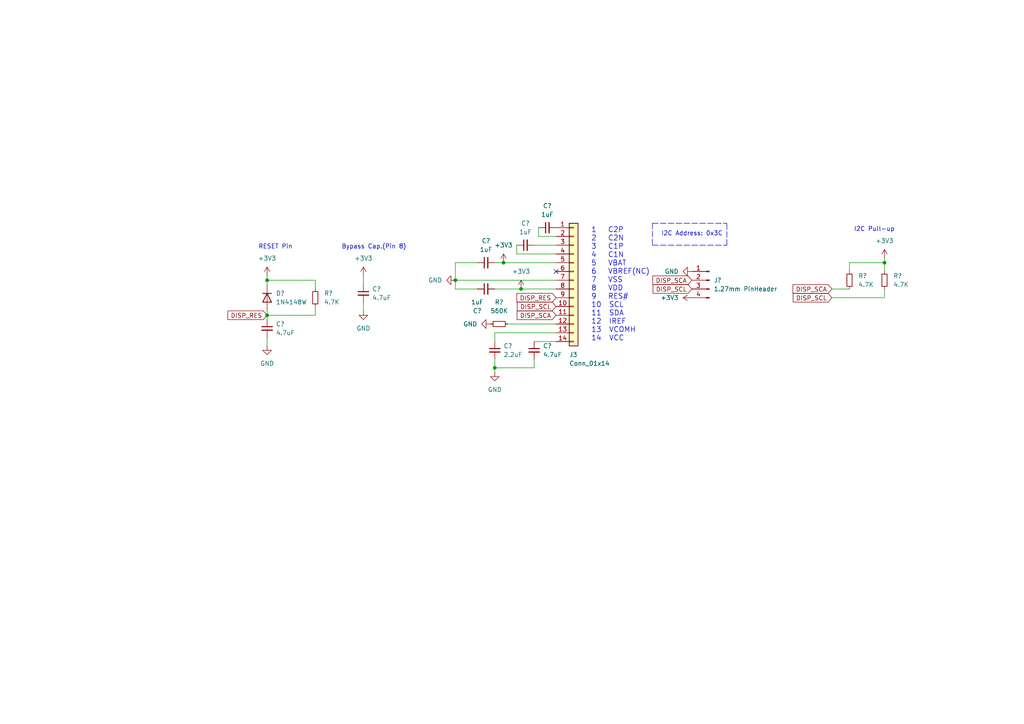
<source format=kicad_sch>
(kicad_sch (version 20211123) (generator eeschema)
  (paper "A4")
  (lib_symbols
    (symbol "Connector:Conn_01x04_Male" (pin_names (offset 1.016) hide)
      (property "Reference" "J" (at 0 5.08 0))
      (property "Value" "Conn_01x04_Male" (at 0 -7.62 0))
      (symbol "Conn_01x04_Male_1_1"
        (polyline (pts (xy 1.27 -5.08) (xy 0.8636 -5.08)) (stroke (width 0.1524)))
        (polyline (pts (xy 1.27 -2.54) (xy 0.8636 -2.54)) (stroke (width 0.1524)))
        (polyline (pts (xy 1.27 0) (xy 0.8636 0)) (stroke (width 0.1524)))
        (polyline (pts (xy 1.27 2.54) (xy 0.8636 2.54)) (stroke (width 0.1524)))
        (rectangle (start 0.8636 -4.953) (end 0 -5.207) (stroke (width 0.1524)) (fill (type outline)))
        (rectangle (start 0.8636 -2.413) (end 0 -2.667) (stroke (width 0.1524)) (fill (type outline)))
        (rectangle (start 0.8636 0.127) (end 0 -0.127) (stroke (width 0.1524)) (fill (type outline)))
        (rectangle (start 0.8636 2.667) (end 0 2.413) (stroke (width 0.1524)) (fill (type outline)))
        (pin passive line (at 5.08 2.54 180) (length 3.81) (name "Pin_1") (number "1"))
        (pin passive line (at 5.08 0 180) (length 3.81) (name "Pin_2") (number "2"))
        (pin passive line (at 5.08 -2.54 180) (length 3.81) (name "Pin_3") (number "3"))
        (pin passive line (at 5.08 -5.08 180) (length 3.81) (name "Pin_4") (number "4"))
      )
    )
    (symbol "Connector_Generic:Conn_01x14" (pin_names (offset 1.016) hide)
      (property "Reference" "J" (at 0 17.78 0))
      (property "Value" "Conn_01x14" (at 0 -20.32 0))
      (symbol "Conn_01x14_1_1"
        (rectangle (start -1.27 -17.653) (end 0 -17.907) (stroke (width 0.1524)))
        (rectangle (start -1.27 -15.113) (end 0 -15.367) (stroke (width 0.1524)))
        (rectangle (start -1.27 -12.573) (end 0 -12.827) (stroke (width 0.1524)))
        (rectangle (start -1.27 -10.033) (end 0 -10.287) (stroke (width 0.1524)))
        (rectangle (start -1.27 -7.493) (end 0 -7.747) (stroke (width 0.1524)))
        (rectangle (start -1.27 -4.953) (end 0 -5.207) (stroke (width 0.1524)))
        (rectangle (start -1.27 -2.413) (end 0 -2.667) (stroke (width 0.1524)))
        (rectangle (start -1.27 0.127) (end 0 -0.127) (stroke (width 0.1524)))
        (rectangle (start -1.27 2.667) (end 0 2.413) (stroke (width 0.1524)))
        (rectangle (start -1.27 5.207) (end 0 4.953) (stroke (width 0.1524)))
        (rectangle (start -1.27 7.747) (end 0 7.493) (stroke (width 0.1524)))
        (rectangle (start -1.27 10.287) (end 0 10.033) (stroke (width 0.1524)))
        (rectangle (start -1.27 12.827) (end 0 12.573) (stroke (width 0.1524)))
        (rectangle (start -1.27 15.367) (end 0 15.113) (stroke (width 0.1524)))
        (rectangle (start -1.27 16.51) (end 1.27 -19.05) (stroke (width 0.254)) (fill (type background)))
        (pin passive line (at -5.08 15.24 0) (length 3.81) (name "Pin_1") (number "1"))
        (pin passive line (at -5.08 -7.62 0) (length 3.81) (name "Pin_10") (number "10"))
        (pin passive line (at -5.08 -10.16 0) (length 3.81) (name "Pin_11") (number "11"))
        (pin passive line (at -5.08 -12.7 0) (length 3.81) (name "Pin_12") (number "12"))
        (pin passive line (at -5.08 -15.24 0) (length 3.81) (name "Pin_13") (number "13"))
        (pin passive line (at -5.08 -17.78 0) (length 3.81) (name "Pin_14") (number "14"))
        (pin passive line (at -5.08 12.7 0) (length 3.81) (name "Pin_2") (number "2"))
        (pin passive line (at -5.08 10.16 0) (length 3.81) (name "Pin_3") (number "3"))
        (pin passive line (at -5.08 7.62 0) (length 3.81) (name "Pin_4") (number "4"))
        (pin passive line (at -5.08 5.08 0) (length 3.81) (name "Pin_5") (number "5"))
        (pin passive line (at -5.08 2.54 0) (length 3.81) (name "Pin_6") (number "6"))
        (pin passive line (at -5.08 0 0) (length 3.81) (name "Pin_7") (number "7"))
        (pin passive line (at -5.08 -2.54 0) (length 3.81) (name "Pin_8") (number "8"))
        (pin passive line (at -5.08 -5.08 0) (length 3.81) (name "Pin_9") (number "9"))
      )
    )
    (symbol "Device:C_Small" (pin_numbers hide) (pin_names (offset 0.254) hide)
      (property "Reference" "C" (at 0.254 1.778 0))
      (property "Value" "C_Small" (at 0.254 -2.032 0))
      (symbol "C_Small_0_1"
        (polyline (pts (xy -1.524 -0.508) (xy 1.524 -0.508)) (stroke (width 0.3302)))
        (polyline (pts (xy -1.524 0.508) (xy 1.524 0.508)) (stroke (width 0.3048)))
      )
      (symbol "C_Small_1_1"
        (pin passive line (at 0 2.54 270) (length 2.032) (name "~") (number "1"))
        (pin passive line (at 0 -2.54 90) (length 2.032) (name "~") (number "2"))
      )
    )
    (symbol "Device:R_Small" (pin_numbers hide) (pin_names (offset 0.254) hide)
      (property "Reference" "R" (at 0.762 0.508 0))
      (property "Value" "R_Small" (at 0.762 -1.016 0))
      (symbol "R_Small_0_1"
        (rectangle (start -0.762 1.778) (end 0.762 -1.778) (stroke (width 0.2032)))
      )
      (symbol "R_Small_1_1"
        (pin passive line (at 0 2.54 270) (length 0.762) (name "~") (number "1"))
        (pin passive line (at 0 -2.54 90) (length 0.762) (name "~") (number "2"))
      )
    )
    (symbol "Diode:1N4148W" (pin_numbers hide) (pin_names hide)
      (property "Reference" "D" (at 0 2.54 0))
      (property "Value" "1N4148W" (at 0 -2.54 0))
      (symbol "1N4148W_0_1"
        (polyline (pts (xy -1.27 1.27) (xy -1.27 -1.27)) (stroke (width 0.254)))
        (polyline (pts (xy 1.27 0) (xy -1.27 0)))
        (polyline (pts (xy 1.27 1.27) (xy 1.27 -1.27) (xy -1.27 0) (xy 1.27 1.27)) (stroke (width 0.254)))
      )
      (symbol "1N4148W_1_1"
        (pin passive line (at -3.81 0 0) (length 2.54) (name "K") (number "1"))
        (pin passive line (at 3.81 0 180) (length 2.54) (name "A") (number "2"))
      )
    )
    (symbol "power:+3V3" (power) (pin_names (offset 0))
      (property "Value" "+3V3" (at 0 3.556 0))
      (symbol "+3V3_0_1"
        (polyline (pts (xy -0.762 1.27) (xy 0 2.54)))
        (polyline (pts (xy 0 0) (xy 0 2.54)))
        (polyline (pts (xy 0 2.54) (xy 0.762 1.27)))
      )
      (symbol "+3V3_1_1"
        (pin power_in line (at 0 0 90) (length 0) hide (name "+3V3") (number "1"))
      )
    )
    (symbol "power:GND" (power) (pin_names (offset 0))
      (property "Value" "GND" (at 0 -3.81 0))
      (symbol "GND_0_1"
        (polyline (pts (xy 0 0) (xy 0 -1.27) (xy 1.27 -1.27) (xy 0 -2.54) (xy -1.27 -1.27) (xy 0 -1.27)))
      )
      (symbol "GND_1_1"
        (pin power_in line (at 0 0 270) (length 0) hide (name "GND") (number "1"))
      )
    )
  )
  (junction (at 151.13 83.82))
  (junction (at 77.47 91.44))
  (junction (at 256.54 76.2))
  (junction (at 146.05 76.2))
  (junction (at 132.08 81.28))
  (junction (at 143.51 106.68))
  (junction (at 77.47 81.28))
  (no_connect (at 161.29 78.74))
  (wire (pts (xy 256.54 74.93) (xy 256.54 76.2)))
  (wire (pts (xy 241.3 83.82) (xy 246.38 83.82)))
  (wire (pts (xy 143.51 83.82) (xy 151.13 83.82)))
  (wire (pts (xy 91.44 91.44) (xy 91.44 88.9)))
  (wire (pts (xy 143.51 106.68) (xy 154.94 106.68)))
  (wire (pts (xy 151.13 83.82) (xy 161.29 83.82)))
  (wire (pts (xy 146.05 76.2) (xy 161.29 76.2)))
  (wire (pts (xy 156.21 66.04) (xy 156.21 68.58)))
  (wire (pts (xy 143.51 76.2) (xy 146.05 76.2)))
  (wire (pts (xy 132.08 76.2) (xy 138.43 76.2)))
  (wire (pts (xy 241.3 86.36) (xy 256.54 86.36)))
  (wire (pts (xy 149.86 71.12) (xy 149.86 73.66)))
  (wire (pts (xy 161.29 96.52) (xy 143.51 96.52)))
  (wire (pts (xy 105.41 87.63) (xy 105.41 90.17)))
  (wire (pts (xy 77.47 81.28) (xy 91.44 81.28)))
  (polyline (pts (xy 189.23 64.77) (xy 189.23 71.12)))
  (wire (pts (xy 143.51 104.14) (xy 143.51 106.68)))
  (wire (pts (xy 77.47 80.01) (xy 77.47 81.28)))
  (wire (pts (xy 154.94 104.14) (xy 154.94 106.68)))
  (wire (pts (xy 105.41 80.01) (xy 105.41 82.55)))
  (wire (pts (xy 138.43 83.82) (xy 132.08 83.82)))
  (wire (pts (xy 77.47 90.17) (xy 77.47 91.44)))
  (wire (pts (xy 154.94 99.06) (xy 161.29 99.06)))
  (wire (pts (xy 132.08 81.28) (xy 161.29 81.28)))
  (wire (pts (xy 143.51 106.68) (xy 143.51 107.95)))
  (wire (pts (xy 143.51 96.52) (xy 143.51 99.06)))
  (polyline (pts (xy 189.23 71.12) (xy 210.82 71.12)))
  (wire (pts (xy 256.54 76.2) (xy 256.54 78.74)))
  (wire (pts (xy 77.47 97.79) (xy 77.47 100.33)))
  (wire (pts (xy 154.94 71.12) (xy 161.29 71.12)))
  (wire (pts (xy 77.47 91.44) (xy 91.44 91.44)))
  (wire (pts (xy 256.54 86.36) (xy 256.54 83.82)))
  (wire (pts (xy 147.32 93.98) (xy 161.29 93.98)))
  (wire (pts (xy 246.38 78.74) (xy 246.38 76.2)))
  (wire (pts (xy 132.08 76.2) (xy 132.08 81.28)))
  (wire (pts (xy 156.21 68.58) (xy 161.29 68.58)))
  (wire (pts (xy 91.44 81.28) (xy 91.44 83.82)))
  (polyline (pts (xy 210.82 71.12) (xy 210.82 64.77)))
  (wire (pts (xy 149.86 73.66) (xy 161.29 73.66)))
  (wire (pts (xy 77.47 91.44) (xy 77.47 92.71)))
  (polyline (pts (xy 189.23 64.77) (xy 210.82 64.77)))
  (wire (pts (xy 246.38 76.2) (xy 256.54 76.2)))
  (wire (pts (xy 132.08 83.82) (xy 132.08 81.28)))
  (wire (pts (xy 77.47 81.28) (xy 77.47 82.55)))
  (text "1   C2P\n2   C2N\n3   C1P\n4   C1N\n5   VBAT\n6   VBREF(NC)\n7   VSS\n8   VDD\n9   RES#\n10  SCL\n11  SDA\n12  IREF\n13  VCOMH\n14  VCC" (at 171.45 99.06 0) (effects (font (size 1.5 1.5)) (justify left bottom)))
  (text "I2C Pull-up" (at 247.65 67.31 0) (effects (font (size 1.27 1.27)) (justify left bottom)))
  (text "I2C Address: 0x3C" (at 191.77 68.58 0) (effects (font (size 1.27 1.27)) (justify left bottom)))
  (text "RESET Pin" (at 74.93 72.39 0) (effects (font (size 1.27 1.27)) (justify left bottom)))
  (text "Bypass Cap.(Pin 8)" (at 99.06 72.39 0) (effects (font (size 1.27 1.27)) (justify left bottom)))
  (global_label "DISP_SCL" (shape input) (at 161.29 88.9 180) (property "Intersheet References" "${INTERSHEET_REFS}" (effects hide)))
  (global_label "DISP_SCL" (shape input) (at 200.66 83.82 180) (property "Intersheet References" "${INTERSHEET_REFS}" (effects hide)))
  (global_label "DISP_RES" (shape input) (at 77.47 91.44 180) (property "Intersheet References" "${INTERSHEET_REFS}" (effects hide)))
  (global_label "DISP_SCA" (shape input) (at 161.29 91.44 180) (property "Intersheet References" "${INTERSHEET_REFS}" (effects hide)))
  (global_label "DISP_SCA" (shape input) (at 241.3 83.82 180) (property "Intersheet References" "${INTERSHEET_REFS}" (effects hide)))
  (global_label "DISP_SCL" (shape input) (at 241.3 86.36 180) (property "Intersheet References" "${INTERSHEET_REFS}" (effects hide)))
  (global_label "DISP_RES" (shape input) (at 161.29 86.36 180) (property "Intersheet References" "${INTERSHEET_REFS}" (effects hide)))
  (global_label "DISP_SCA" (shape input) (at 200.66 81.28 180) (property "Intersheet References" "${INTERSHEET_REFS}" (effects hide)))
  (symbol (lib_id "Device:C_Small") (at 140.97 76.2 90) (unit 1)
    (property "Reference" "C?" (at 140.9763 69.85 90))
    (property "Value" "1uF" (at 140.9763 72.39 90))
  )
  (symbol (lib_id "power:GND") (at 142.24 93.98 270) (unit 1)
    (property "Reference" "#PWR?" (effects hide))
    (property "Value" "GND" (at 138.43 93.9799 90) (effects (justify right)))
  )
  (symbol (lib_id "power:+3V3") (at 151.13 83.82 0) (unit 1)
    (property "Reference" "#PWR?" (effects hide))
    (property "Value" "+3V3" (at 151.13 78.74 0))
  )
  (symbol (lib_id "power:GND") (at 200.66 78.74 270) (unit 1)
    (property "Reference" "#PWR?" (effects hide))
    (property "Value" "GND" (at 196.85 78.7399 90) (effects (justify right)))
  )
  (symbol (lib_id "Device:C_Small") (at 154.94 101.6 0) (unit 1)
    (property "Reference" "C?" (at 157.48 100.3362 0) (effects (justify left)))
    (property "Value" "4.7uF" (at 157.48 102.8762 0) (effects (justify left)))
  )
  (symbol (lib_id "power:GND") (at 77.47 100.33 0) (unit 1)
    (property "Reference" "#PWR?" (effects hide))
    (property "Value" "GND" (at 77.47 105.41 0))
  )
  (symbol (lib_id "Connector:Conn_01x04_Male") (at 205.74 81.28 0) (mirror y) (unit 1)
    (property "Reference" "J?" (at 207.01 81.2799 0) (effects (justify right)))
    (property "Value" "1.27mm PinHeader" (at 207.01 83.8199 0) (effects (justify right)))
  )
  (symbol (lib_id "power:GND") (at 143.51 107.95 0) (unit 1)
    (property "Reference" "#PWR?" (effects hide))
    (property "Value" "GND" (at 143.51 113.03 0))
  )
  (symbol (lib_id "Device:C_Small") (at 158.75 66.04 90) (unit 1)
    (property "Reference" "C?" (at 158.7563 59.69 90))
    (property "Value" "1uF" (at 158.7563 62.23 90))
  )
  (symbol (lib_id "Device:C_Small") (at 77.47 95.25 0) (unit 1)
    (property "Reference" "C?" (at 80.01 93.9862 0) (effects (justify left)))
    (property "Value" "4.7uF" (at 80.01 96.5262 0) (effects (justify left)))
  )
  (symbol (lib_id "Device:R_Small") (at 144.78 93.98 90) (unit 1)
    (property "Reference" "R?" (at 144.78 87.63 90))
    (property "Value" "560K" (at 144.78 90.17 90))
  )
  (symbol (lib_id "Device:C_Small") (at 105.41 85.09 0) (unit 1)
    (property "Reference" "C?" (at 107.95 83.8262 0) (effects (justify left)))
    (property "Value" "4.7uF" (at 107.95 86.3662 0) (effects (justify left)))
  )
  (symbol (lib_id "Device:C_Small") (at 143.51 101.6 0) (unit 1)
    (property "Reference" "C?" (at 146.05 100.3362 0) (effects (justify left)))
    (property "Value" "2.2uF" (at 146.05 102.8762 0) (effects (justify left)))
  )
  (symbol (lib_id "Device:R_Small") (at 256.54 81.28 0) (unit 1)
    (property "Reference" "R?" (at 259.08 80.0099 0) (effects (justify left)))
    (property "Value" "4.7K" (at 259.08 82.5499 0) (effects (justify left)))
  )
  (symbol (lib_id "Device:C_Small") (at 152.4 71.12 90) (unit 1)
    (property "Reference" "C?" (at 152.4063 64.77 90))
    (property "Value" "1uF" (at 152.4063 67.31 90))
  )
  (symbol (lib_id "Device:R_Small") (at 91.44 86.36 0) (unit 1)
    (property "Reference" "R?" (at 93.98 85.0899 0) (effects (justify left)))
    (property "Value" "4.7K" (at 93.98 87.6299 0) (effects (justify left)))
  )
  (symbol (lib_id "power:+3V3") (at 146.05 76.2 0) (unit 1)
    (property "Reference" "#PWR?" (effects hide))
    (property "Value" "+3V3" (at 146.05 71.12 0))
  )
  (symbol (lib_id "Device:C_Small") (at 140.97 83.82 90) (mirror x) (unit 1)
    (property "Reference" "C?" (at 138.43 90.17 90))
    (property "Value" "1uF" (at 138.43 87.63 90))
  )
  (symbol (lib_id "Connector_Generic:Conn_01x14") (at 166.37 81.28 0) (unit 1)
    (property "Reference" "J3" (at 165.1 102.87 0) (effects (justify left)))
    (property "Value" "Conn_01x14" (at 165.1 105.41 0) (effects (justify left)))
    (property "Footprint" "OLED0_49:OLED0_49" (effects hide))
  )
  (symbol (lib_id "power:+3V3") (at 77.47 80.01 0) (unit 1)
    (property "Reference" "#PWR?" (effects hide))
    (property "Value" "+3V3" (at 77.47 74.93 0))
  )
  (symbol (lib_id "power:+3V3") (at 256.54 74.93 0) (unit 1)
    (property "Reference" "#PWR?" (effects hide))
    (property "Value" "+3V3" (at 256.54 69.85 0))
  )
  (symbol (lib_id "power:GND") (at 105.41 90.17 0) (unit 1)
    (property "Reference" "#PWR?" (effects hide))
    (property "Value" "GND" (at 105.41 95.25 0))
  )
  (symbol (lib_id "Diode:1N4148W") (at 77.47 86.36 270) (unit 1)
    (property "Reference" "D?" (at 80.01 85.0899 90) (effects (justify left)))
    (property "Value" "1N4148W" (at 80.01 87.6299 90) (effects (justify left)))
    (property "Footprint" "Diode_SMD:D_SOD-123" (effects hide))
    (property "Datasheet" "https://www.vishay.com/docs/85748/1n4148w.pdf" (effects hide))
  )
  (symbol (lib_id "power:+3V3") (at 200.66 86.36 90) (unit 1)
    (property "Reference" "#PWR?" (effects hide))
    (property "Value" "+3V3" (at 196.85 86.3599 90) (effects (justify left)))
  )
  (symbol (lib_id "power:+3V3") (at 105.41 80.01 0) (unit 1)
    (property "Reference" "#PWR?" (effects hide))
    (property "Value" "+3V3" (at 105.41 74.93 0))
  )
  (symbol (lib_id "Device:R_Small") (at 246.38 81.28 0) (unit 1)
    (property "Reference" "R?" (at 248.92 80.0099 0) (effects (justify left)))
    (property "Value" "4.7K" (at 248.92 82.5499 0) (effects (justify left)))
  )
  (symbol (lib_id "power:GND") (at 132.08 81.28 270) (unit 1)
    (property "Reference" "#PWR?" (effects hide))
    (property "Value" "GND" (at 128.27 81.2799 90) (effects (justify right)))
  )
)
</source>
